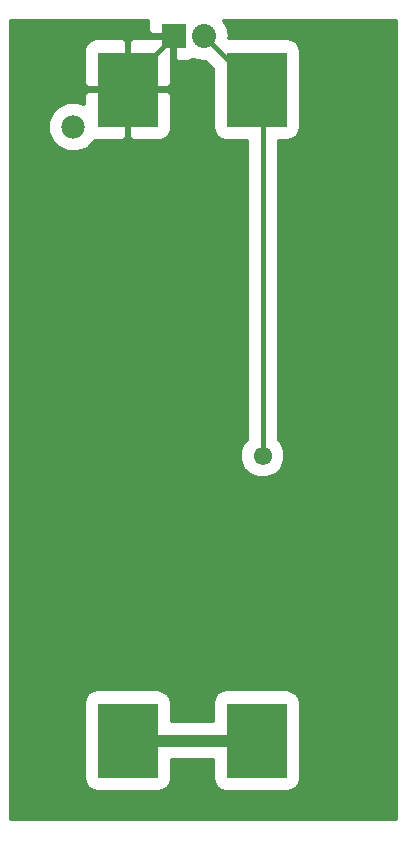
<source format=gbr>
G04 #@! TF.FileFunction,Copper,L2,Bot,Signal*
%FSLAX46Y46*%
G04 Gerber Fmt 4.6, Leading zero omitted, Abs format (unit mm)*
G04 Created by KiCad (PCBNEW 4.0.3+e1-6302~38~ubuntu16.04.1-stable) date Wed Sep 14 14:45:26 2016*
%MOMM*%
%LPD*%
G01*
G04 APERTURE LIST*
%ADD10C,0.100000*%
%ADD11R,5.080000X6.350000*%
%ADD12C,1.980000*%
%ADD13R,2.032000X2.032000*%
%ADD14O,2.032000X2.032000*%
%ADD15C,1.550000*%
%ADD16C,0.450000*%
%ADD17C,1.000000*%
%ADD18C,0.300000*%
G04 APERTURE END LIST*
D10*
D11*
X151090000Y-57000000D03*
X162000000Y-57000000D03*
X151090000Y-112140000D03*
X162000000Y-112140000D03*
D12*
X146470000Y-60175000D03*
D13*
X154960000Y-52500000D03*
D14*
X157500000Y-52500000D03*
D15*
X162500000Y-88000000D03*
D16*
X151090000Y-57000000D02*
X151090000Y-56365000D01*
X154955000Y-52500000D02*
X154960000Y-52500000D01*
X151090000Y-56365000D02*
X154955000Y-52500000D01*
X162000000Y-57000000D02*
X157500000Y-52500000D01*
X162500000Y-88000000D02*
X162500000Y-57500000D01*
X162500000Y-57500000D02*
X162000000Y-57000000D01*
D17*
X151090000Y-112140000D02*
X162000000Y-112140000D01*
D18*
G36*
X152794000Y-51255251D02*
X152794000Y-52108500D01*
X153081500Y-52396000D01*
X154856000Y-52396000D01*
X154856000Y-52376000D01*
X155064000Y-52376000D01*
X155064000Y-52396000D01*
X155084000Y-52396000D01*
X155084000Y-52604000D01*
X155064000Y-52604000D01*
X155064000Y-54378500D01*
X155351500Y-54666000D01*
X156204749Y-54666000D01*
X156618771Y-54494506D01*
X156628674Y-54501123D01*
X157457566Y-54666000D01*
X157542434Y-54666000D01*
X157691754Y-54636298D01*
X158287471Y-55232015D01*
X158287471Y-60175000D01*
X158367659Y-60601164D01*
X158619522Y-60992570D01*
X159003821Y-61255150D01*
X159460000Y-61347529D01*
X161125000Y-61347529D01*
X161125000Y-86652614D01*
X160869016Y-86908151D01*
X160575335Y-87615414D01*
X160574667Y-88381226D01*
X160867113Y-89089000D01*
X161408151Y-89630984D01*
X162115414Y-89924665D01*
X162881226Y-89925333D01*
X163589000Y-89632887D01*
X164130984Y-89091849D01*
X164424665Y-88384586D01*
X164425333Y-87618774D01*
X164132887Y-86911000D01*
X163875000Y-86652662D01*
X163875000Y-61347529D01*
X164540000Y-61347529D01*
X164966164Y-61267341D01*
X165357570Y-61015478D01*
X165620150Y-60631179D01*
X165712529Y-60175000D01*
X165712529Y-53825000D01*
X165632341Y-53398836D01*
X165380478Y-53007430D01*
X164996179Y-52744850D01*
X164540000Y-52652471D01*
X159678106Y-52652471D01*
X159708434Y-52500000D01*
X159543557Y-51671108D01*
X159245477Y-51225000D01*
X173775000Y-51225000D01*
X173775000Y-118775000D01*
X141225000Y-118775000D01*
X141225000Y-108965000D01*
X147377471Y-108965000D01*
X147377471Y-115315000D01*
X147457659Y-115741164D01*
X147709522Y-116132570D01*
X148093821Y-116395150D01*
X148550000Y-116487529D01*
X153630000Y-116487529D01*
X154056164Y-116407341D01*
X154447570Y-116155478D01*
X154710150Y-115771179D01*
X154802529Y-115315000D01*
X154802529Y-113790000D01*
X158287471Y-113790000D01*
X158287471Y-115315000D01*
X158367659Y-115741164D01*
X158619522Y-116132570D01*
X159003821Y-116395150D01*
X159460000Y-116487529D01*
X164540000Y-116487529D01*
X164966164Y-116407341D01*
X165357570Y-116155478D01*
X165620150Y-115771179D01*
X165712529Y-115315000D01*
X165712529Y-108965000D01*
X165632341Y-108538836D01*
X165380478Y-108147430D01*
X164996179Y-107884850D01*
X164540000Y-107792471D01*
X159460000Y-107792471D01*
X159033836Y-107872659D01*
X158642430Y-108124522D01*
X158379850Y-108508821D01*
X158287471Y-108965000D01*
X158287471Y-110490000D01*
X154802529Y-110490000D01*
X154802529Y-108965000D01*
X154722341Y-108538836D01*
X154470478Y-108147430D01*
X154086179Y-107884850D01*
X153630000Y-107792471D01*
X148550000Y-107792471D01*
X148123836Y-107872659D01*
X147732430Y-108124522D01*
X147469850Y-108508821D01*
X147377471Y-108965000D01*
X141225000Y-108965000D01*
X141225000Y-60598805D01*
X144329629Y-60598805D01*
X144654739Y-61385629D01*
X145256205Y-61988146D01*
X146042460Y-62314628D01*
X146893805Y-62315371D01*
X147680629Y-61990261D01*
X148283146Y-61388795D01*
X148311341Y-61320895D01*
X148321251Y-61325000D01*
X150698500Y-61325000D01*
X150986000Y-61037500D01*
X150986000Y-57104000D01*
X151194000Y-57104000D01*
X151194000Y-61037500D01*
X151481500Y-61325000D01*
X153858749Y-61325000D01*
X154281423Y-61149923D01*
X154604923Y-60826422D01*
X154780000Y-60403749D01*
X154780000Y-57391500D01*
X154492500Y-57104000D01*
X151194000Y-57104000D01*
X150986000Y-57104000D01*
X147687500Y-57104000D01*
X147400000Y-57391500D01*
X147400000Y-58244012D01*
X146897540Y-58035372D01*
X146046195Y-58034629D01*
X145259371Y-58359739D01*
X144656854Y-58961205D01*
X144330372Y-59747460D01*
X144329629Y-60598805D01*
X141225000Y-60598805D01*
X141225000Y-53596251D01*
X147400000Y-53596251D01*
X147400000Y-56608500D01*
X147687500Y-56896000D01*
X150986000Y-56896000D01*
X150986000Y-52962500D01*
X151194000Y-52962500D01*
X151194000Y-56896000D01*
X154492500Y-56896000D01*
X154780000Y-56608500D01*
X154780000Y-54454500D01*
X154856000Y-54378500D01*
X154856000Y-52604000D01*
X153081500Y-52604000D01*
X153010500Y-52675000D01*
X151481500Y-52675000D01*
X151194000Y-52962500D01*
X150986000Y-52962500D01*
X150698500Y-52675000D01*
X148321251Y-52675000D01*
X147898577Y-52850077D01*
X147575077Y-53173578D01*
X147400000Y-53596251D01*
X141225000Y-53596251D01*
X141225000Y-51225000D01*
X152806530Y-51225000D01*
X152794000Y-51255251D01*
X152794000Y-51255251D01*
G37*
X152794000Y-51255251D02*
X152794000Y-52108500D01*
X153081500Y-52396000D01*
X154856000Y-52396000D01*
X154856000Y-52376000D01*
X155064000Y-52376000D01*
X155064000Y-52396000D01*
X155084000Y-52396000D01*
X155084000Y-52604000D01*
X155064000Y-52604000D01*
X155064000Y-54378500D01*
X155351500Y-54666000D01*
X156204749Y-54666000D01*
X156618771Y-54494506D01*
X156628674Y-54501123D01*
X157457566Y-54666000D01*
X157542434Y-54666000D01*
X157691754Y-54636298D01*
X158287471Y-55232015D01*
X158287471Y-60175000D01*
X158367659Y-60601164D01*
X158619522Y-60992570D01*
X159003821Y-61255150D01*
X159460000Y-61347529D01*
X161125000Y-61347529D01*
X161125000Y-86652614D01*
X160869016Y-86908151D01*
X160575335Y-87615414D01*
X160574667Y-88381226D01*
X160867113Y-89089000D01*
X161408151Y-89630984D01*
X162115414Y-89924665D01*
X162881226Y-89925333D01*
X163589000Y-89632887D01*
X164130984Y-89091849D01*
X164424665Y-88384586D01*
X164425333Y-87618774D01*
X164132887Y-86911000D01*
X163875000Y-86652662D01*
X163875000Y-61347529D01*
X164540000Y-61347529D01*
X164966164Y-61267341D01*
X165357570Y-61015478D01*
X165620150Y-60631179D01*
X165712529Y-60175000D01*
X165712529Y-53825000D01*
X165632341Y-53398836D01*
X165380478Y-53007430D01*
X164996179Y-52744850D01*
X164540000Y-52652471D01*
X159678106Y-52652471D01*
X159708434Y-52500000D01*
X159543557Y-51671108D01*
X159245477Y-51225000D01*
X173775000Y-51225000D01*
X173775000Y-118775000D01*
X141225000Y-118775000D01*
X141225000Y-108965000D01*
X147377471Y-108965000D01*
X147377471Y-115315000D01*
X147457659Y-115741164D01*
X147709522Y-116132570D01*
X148093821Y-116395150D01*
X148550000Y-116487529D01*
X153630000Y-116487529D01*
X154056164Y-116407341D01*
X154447570Y-116155478D01*
X154710150Y-115771179D01*
X154802529Y-115315000D01*
X154802529Y-113790000D01*
X158287471Y-113790000D01*
X158287471Y-115315000D01*
X158367659Y-115741164D01*
X158619522Y-116132570D01*
X159003821Y-116395150D01*
X159460000Y-116487529D01*
X164540000Y-116487529D01*
X164966164Y-116407341D01*
X165357570Y-116155478D01*
X165620150Y-115771179D01*
X165712529Y-115315000D01*
X165712529Y-108965000D01*
X165632341Y-108538836D01*
X165380478Y-108147430D01*
X164996179Y-107884850D01*
X164540000Y-107792471D01*
X159460000Y-107792471D01*
X159033836Y-107872659D01*
X158642430Y-108124522D01*
X158379850Y-108508821D01*
X158287471Y-108965000D01*
X158287471Y-110490000D01*
X154802529Y-110490000D01*
X154802529Y-108965000D01*
X154722341Y-108538836D01*
X154470478Y-108147430D01*
X154086179Y-107884850D01*
X153630000Y-107792471D01*
X148550000Y-107792471D01*
X148123836Y-107872659D01*
X147732430Y-108124522D01*
X147469850Y-108508821D01*
X147377471Y-108965000D01*
X141225000Y-108965000D01*
X141225000Y-60598805D01*
X144329629Y-60598805D01*
X144654739Y-61385629D01*
X145256205Y-61988146D01*
X146042460Y-62314628D01*
X146893805Y-62315371D01*
X147680629Y-61990261D01*
X148283146Y-61388795D01*
X148311341Y-61320895D01*
X148321251Y-61325000D01*
X150698500Y-61325000D01*
X150986000Y-61037500D01*
X150986000Y-57104000D01*
X151194000Y-57104000D01*
X151194000Y-61037500D01*
X151481500Y-61325000D01*
X153858749Y-61325000D01*
X154281423Y-61149923D01*
X154604923Y-60826422D01*
X154780000Y-60403749D01*
X154780000Y-57391500D01*
X154492500Y-57104000D01*
X151194000Y-57104000D01*
X150986000Y-57104000D01*
X147687500Y-57104000D01*
X147400000Y-57391500D01*
X147400000Y-58244012D01*
X146897540Y-58035372D01*
X146046195Y-58034629D01*
X145259371Y-58359739D01*
X144656854Y-58961205D01*
X144330372Y-59747460D01*
X144329629Y-60598805D01*
X141225000Y-60598805D01*
X141225000Y-53596251D01*
X147400000Y-53596251D01*
X147400000Y-56608500D01*
X147687500Y-56896000D01*
X150986000Y-56896000D01*
X150986000Y-52962500D01*
X151194000Y-52962500D01*
X151194000Y-56896000D01*
X154492500Y-56896000D01*
X154780000Y-56608500D01*
X154780000Y-54454500D01*
X154856000Y-54378500D01*
X154856000Y-52604000D01*
X153081500Y-52604000D01*
X153010500Y-52675000D01*
X151481500Y-52675000D01*
X151194000Y-52962500D01*
X150986000Y-52962500D01*
X150698500Y-52675000D01*
X148321251Y-52675000D01*
X147898577Y-52850077D01*
X147575077Y-53173578D01*
X147400000Y-53596251D01*
X141225000Y-53596251D01*
X141225000Y-51225000D01*
X152806530Y-51225000D01*
X152794000Y-51255251D01*
M02*

</source>
